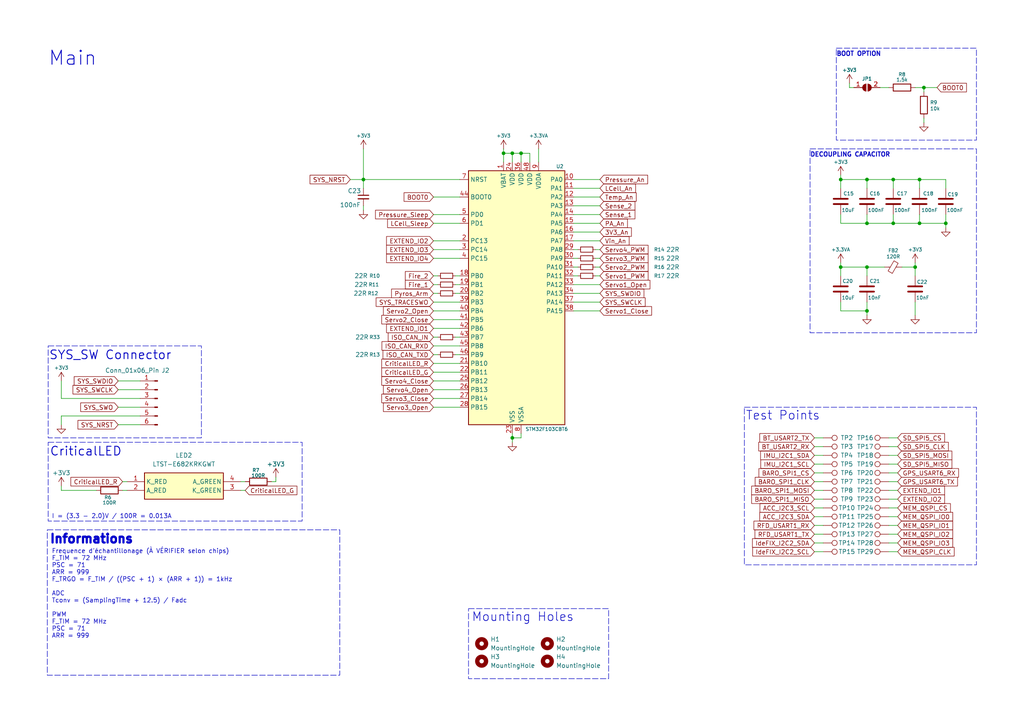
<source format=kicad_sch>
(kicad_sch (version 20250114) (generator "eeschema") (generator_version "9.0")
  (paper "A4")
  (lib_symbols
    (symbol "Connector:Conn_01x06_Pin" (pin_names (offset 1.016) (hide yes))
      (property "Reference" "J" (at 0 7.62 0))
      (property "Value" "Conn_01x06_Pin" (at 0 -10.16 0))
      (symbol "Conn_01x06_Pin_1_1"
        (rectangle (start 0.8636 5.207) (end 0 4.953) (stroke (width 0.1524)) (fill (type outline)))
        (rectangle (start 0.8636 2.667) (end 0 2.413) (stroke (width 0.1524)) (fill (type outline)))
        (rectangle (start 0.8636 0.127) (end 0 -0.127) (stroke (width 0.1524)) (fill (type outline)))
        (rectangle (start 0.8636 -2.413) (end 0 -2.667) (stroke (width 0.1524)) (fill (type outline)))
        (rectangle (start 0.8636 -4.953) (end 0 -5.207) (stroke (width 0.1524)) (fill (type outline)))
        (rectangle (start 0.8636 -7.493) (end 0 -7.747) (stroke (width 0.1524)) (fill (type outline)))
        (polyline (pts (xy 1.27 5.08) (xy 0.8636 5.08)) (stroke (width 0.1524)))
        (polyline (pts (xy 1.27 2.54) (xy 0.8636 2.54)) (stroke (width 0.1524)))
        (polyline (pts (xy 1.27 0) (xy 0.8636 0)) (stroke (width 0.1524)))
        (polyline (pts (xy 1.27 -2.54) (xy 0.8636 -2.54)) (stroke (width 0.1524)))
        (polyline (pts (xy 1.27 -5.08) (xy 0.8636 -5.08)) (stroke (width 0.1524)))
        (polyline (pts (xy 1.27 -7.62) (xy 0.8636 -7.62)) (stroke (width 0.1524)))
        (pin passive line (at 5.08 5.08 180) (length 3.81) (name "Pin_1") (number "1"))
        (pin passive line (at 5.08 2.54 180) (length 3.81) (name "Pin_2") (number "2"))
        (pin passive line (at 5.08 0 180) (length 3.81) (name "Pin_3") (number "3"))
        (pin passive line (at 5.08 -2.54 180) (length 3.81) (name "Pin_4") (number "4"))
        (pin passive line (at 5.08 -5.08 180) (length 3.81) (name "Pin_5") (number "5"))
        (pin passive line (at 5.08 -7.62 180) (length 3.81) (name "Pin_6") (number "6"))
      )
    )
    (symbol "Connector:TestPoint" (pin_numbers (hide yes)) (pin_names (offset 0.762) (hide yes))
      (property "Reference" "TP" (at 0 6.858 0))
      (property "Value" "TestPoint" (at 0 5.08 0))
      (symbol "TestPoint_0_1"
        (circle (center 0 3.302) (radius 0.762))
      )
      (symbol "TestPoint_1_1"
        (pin passive line (at 0 0 90) (length 2.54) (name "1") (number "1"))
      )
    )
    (symbol "Device:C" (pin_numbers (hide yes)) (pin_names (offset 0.254))
      (property "Reference" "C" (at 0.635 2.54 0))
      (property "Value" "C" (at 0.635 -2.54 0))
      (symbol "C_0_1"
        (polyline (pts (xy -2.032 0.762) (xy 2.032 0.762)) (stroke (width 0.508)))
        (polyline (pts (xy -2.032 -0.762) (xy 2.032 -0.762)) (stroke (width 0.508)))
      )
      (symbol "C_1_1"
        (pin passive line (at 0 3.81 270) (length 2.794) (name "~") (number "1"))
        (pin passive line (at 0 -3.81 90) (length 2.794) (name "~") (number "2"))
      )
    )
    (symbol "Device:C_Small" (pin_numbers (hide yes)) (pin_names (offset 0.254) (hide yes))
      (property "Reference" "C" (at 0.254 1.778 0))
      (property "Value" "C_Small" (at 0.254 -2.032 0))
      (symbol "C_Small_0_1"
        (polyline (pts (xy -1.524 0.508) (xy 1.524 0.508)) (stroke (width 0.3048)))
        (polyline (pts (xy -1.524 -0.508) (xy 1.524 -0.508)) (stroke (width 0.3302)))
      )
      (symbol "C_Small_1_1"
        (pin passive line (at 0 2.54 270) (length 2.032) (name "~") (number "1"))
        (pin passive line (at 0 -2.54 90) (length 2.032) (name "~") (number "2"))
      )
    )
    (symbol "Device:FerriteBead_Small" (pin_numbers (hide yes)) (pin_names (offset 0))
      (property "Reference" "FB" (at 1.905 1.27 0))
      (property "Value" "FerriteBead_Small" (at 1.905 -1.27 0))
      (symbol "FerriteBead_Small_0_1"
        (polyline (pts (xy -1.8288 0.2794) (xy -1.1176 1.4986) (xy 1.8288 -0.2032) (xy 1.1176 -1.4224) (xy -1.8288 0.2794)))
        (polyline (pts (xy 0 0.889) (xy 0 1.2954)))
        (polyline (pts (xy 0 -1.27) (xy 0 -0.7874)))
      )
      (symbol "FerriteBead_Small_1_1"
        (pin passive line (at 0 2.54 270) (length 1.27) (name "~") (number "1"))
        (pin passive line (at 0 -2.54 90) (length 1.27) (name "~") (number "2"))
      )
    )
    (symbol "Device:R" (pin_numbers (hide yes)) (pin_names (offset 0))
      (property "Reference" "R" (at 2.032 0 90))
      (property "Value" "R" (at 0 0 90))
      (symbol "R_0_1"
        (rectangle (start -1.016 -2.54) (end 1.016 2.54) (stroke (width 0.254)))
      )
      (symbol "R_1_1"
        (pin passive line (at 0 3.81 270) (length 1.27) (name "~") (number "1"))
        (pin passive line (at 0 -3.81 90) (length 1.27) (name "~") (number "2"))
      )
    )
    (symbol "Device:R_Small" (pin_numbers (hide yes)) (pin_names (offset 0.254) (hide yes))
      (property "Reference" "R" (at 0 0 90))
      (property "Value" "R_Small" (at 1.778 0 90))
      (symbol "R_Small_0_1"
        (rectangle (start -0.762 1.778) (end 0.762 -1.778) (stroke (width 0.2032)))
      )
      (symbol "R_Small_1_1"
        (pin passive line (at 0 2.54 270) (length 0.762) (name "~") (number "1"))
        (pin passive line (at 0 -2.54 90) (length 0.762) (name "~") (number "2"))
      )
    )
    (symbol "Jumper:SolderJumper_2_Open" (pin_names (offset 0) (hide yes))
      (property "Reference" "JP" (at 0 2.032 0))
      (property "Value" "SolderJumper_2_Open" (at 0 -2.54 0))
      (symbol "SolderJumper_2_Open_0_1"
        (polyline (pts (xy -0.254 1.016) (xy -0.254 -1.016)))
        (arc (start -0.254 -1.016) (mid -1.2656 0) (end -0.254 1.016))
        (arc (start -0.254 -1.016) (mid -1.2656 0) (end -0.254 1.016) (fill (type outline)))
        (arc (start 0.254 1.016) (mid 1.2656 0) (end 0.254 -1.016))
        (arc (start 0.254 1.016) (mid 1.2656 0) (end 0.254 -1.016) (fill (type outline)))
        (polyline (pts (xy 0.254 1.016) (xy 0.254 -1.016)))
      )
      (symbol "SolderJumper_2_Open_1_1"
        (pin passive line (at -3.81 0 0) (length 2.54) (name "A") (number "1"))
        (pin passive line (at 3.81 0 180) (length 2.54) (name "B") (number "2"))
      )
    )
    (symbol "MCU_ST_STM32F1:STM32F103C8Tx"
      (property "Reference" "U" (at -12.7 39.37 0))
      (property "Value" "STM32F103C8Tx" (at 10.16 39.37 0))
      (symbol "STM32F103C8Tx_0_1"
        (rectangle (start -12.7 -35.56) (end 15.24 38.1) (stroke (width 0.254)) (fill (type background)))
      )
      (symbol "STM32F103C8Tx_1_1"
        (pin input line (at -15.24 35.56 0) (length 2.54) (name "NRST") (number "7"))
        (pin input line (at -15.24 30.48 0) (length 2.54) (name "BOOT0") (number "44"))
        (pin bidirectional line (at -15.24 25.4 0) (length 2.54) (name "PD0") (number "5"))
        (pin bidirectional line (at -15.24 22.86 0) (length 2.54) (name "PD1") (number "6"))
        (pin bidirectional line (at -15.24 17.78 0) (length 2.54) (name "PC13") (number "2"))
        (pin bidirectional line (at -15.24 15.24 0) (length 2.54) (name "PC14") (number "3"))
        (pin bidirectional line (at -15.24 12.7 0) (length 2.54) (name "PC15") (number "4"))
        (pin bidirectional line (at -15.24 7.62 0) (length 2.54) (name "PB0") (number "18"))
        (pin bidirectional line (at -15.24 5.08 0) (length 2.54) (name "PB1") (number "19"))
        (pin bidirectional line (at -15.24 2.54 0) (length 2.54) (name "PB2") (number "20"))
        (pin bidirectional line (at -15.24 0 0) (length 2.54) (name "PB3") (number "39"))
        (pin bidirectional line (at -15.24 -2.54 0) (length 2.54) (name "PB4") (number "40"))
        (pin bidirectional line (at -15.24 -5.08 0) (length 2.54) (name "PB5") (number "41"))
        (pin bidirectional line (at -15.24 -7.62 0) (length 2.54) (name "PB6") (number "42"))
        (pin bidirectional line (at -15.24 -10.16 0) (length 2.54) (name "PB7") (number "43"))
        (pin bidirectional line (at -15.24 -12.7 0) (length 2.54) (name "PB8") (number "45"))
        (pin bidirectional line (at -15.24 -15.24 0) (length 2.54) (name "PB9") (number "46"))
        (pin bidirectional line (at -15.24 -17.78 0) (length 2.54) (name "PB10") (number "21"))
        (pin bidirectional line (at -15.24 -20.32 0) (length 2.54) (name "PB11") (number "22"))
        (pin bidirectional line (at -15.24 -22.86 0) (length 2.54) (name "PB12") (number "25"))
        (pin bidirectional line (at -15.24 -25.4 0) (length 2.54) (name "PB13") (number "26"))
        (pin bidirectional line (at -15.24 -27.94 0) (length 2.54) (name "PB14") (number "27"))
        (pin bidirectional line (at -15.24 -30.48 0) (length 2.54) (name "PB15") (number "28"))
        (pin power_in line (at -2.54 40.64 270) (length 2.54) (name "VBAT") (number "1"))
        (pin power_in line (at 0 40.64 270) (length 2.54) (name "VDD") (number "24"))
        (pin power_in line (at 0 -38.1 90) (length 2.54) (name "VSS") (number "23"))
        (pin passive line (at 0 -38.1 90) (length 2.54) (hide yes) (name "VSS") (number "35"))
        (pin passive line (at 0 -38.1 90) (length 2.54) (hide yes) (name "VSS") (number "47"))
        (pin power_in line (at 2.54 40.64 270) (length 2.54) (name "VDD") (number "36"))
        (pin power_in line (at 2.54 -38.1 90) (length 2.54) (name "VSSA") (number "8"))
        (pin power_in line (at 5.08 40.64 270) (length 2.54) (name "VDD") (number "48"))
        (pin power_in line (at 7.62 40.64 270) (length 2.54) (name "VDDA") (number "9"))
        (pin bidirectional line (at 17.78 35.56 180) (length 2.54) (name "PA0") (number "10"))
        (pin bidirectional line (at 17.78 33.02 180) (length 2.54) (name "PA1") (number "11"))
        (pin bidirectional line (at 17.78 30.48 180) (length 2.54) (name "PA2") (number "12"))
        (pin bidirectional line (at 17.78 27.94 180) (length 2.54) (name "PA3") (number "13"))
        (pin bidirectional line (at 17.78 25.4 180) (length 2.54) (name "PA4") (number "14"))
        (pin bidirectional line (at 17.78 22.86 180) (length 2.54) (name "PA5") (number "15"))
        (pin bidirectional line (at 17.78 20.32 180) (length 2.54) (name "PA6") (number "16"))
        (pin bidirectional line (at 17.78 17.78 180) (length 2.54) (name "PA7") (number "17"))
        (pin bidirectional line (at 17.78 15.24 180) (length 2.54) (name "PA8") (number "29"))
        (pin bidirectional line (at 17.78 12.7 180) (length 2.54) (name "PA9") (number "30"))
        (pin bidirectional line (at 17.78 10.16 180) (length 2.54) (name "PA10") (number "31"))
        (pin bidirectional line (at 17.78 7.62 180) (length 2.54) (name "PA11") (number "32"))
        (pin bidirectional line (at 17.78 5.08 180) (length 2.54) (name "PA12") (number "33"))
        (pin bidirectional line (at 17.78 2.54 180) (length 2.54) (name "PA13") (number "34"))
        (pin bidirectional line (at 17.78 0 180) (length 2.54) (name "PA14") (number "37"))
        (pin bidirectional line (at 17.78 -2.54 180) (length 2.54) (name "PA15") (number "38"))
      )
    )
    (symbol "Mechanical:MountingHole" (pin_names (offset 1.016)) (in_bom no)
      (property "Reference" "H" (at 0 5.08 0))
      (property "Value" "MountingHole" (at 0 3.175 0))
      (symbol "MountingHole_0_1"
        (circle (center 0 0) (radius 1.27) (stroke (width 1.27)))
      )
    )
    (symbol "pcb_moteur:LTST-E682KRKGWT"
      (property "Reference" "LED" (at 9.398 7.112 0))
      (property "Value" "LTST-E682KRKGWT" (at 9.398 4.572 0))
      (symbol "LTST-E682KRKGWT_1_1"
        (rectangle (start 5.08 2.54) (end 27.94 -5.08) (stroke (width 0.254)) (fill (type background)))
        (pin passive line (at 0 0 0) (length 5.08) (name "K_RED") (number "1"))
        (pin passive line (at 0 -2.54 0) (length 5.08) (name "A_RED") (number "2"))
        (pin passive line (at 33.02 0 180) (length 5.08) (name "A_GREEN") (number "4"))
        (pin passive line (at 33.02 -2.54 180) (length 5.08) (name "K_GREEN") (number "3"))
      )
    )
    (symbol "power:+3.3VA" (power) (pin_names (offset 0))
      (property "Value" "+3.3VA" (at 0 3.556 0))
      (symbol "+3.3VA_0_1"
        (polyline (pts (xy -0.762 1.27) (xy 0 2.54)))
        (polyline (pts (xy 0 2.54) (xy 0.762 1.27)))
        (polyline (pts (xy 0 0) (xy 0 2.54)))
      )
      (symbol "+3.3VA_1_1"
        (pin power_in line (at 0 0 90) (length 0) (hide yes) (name "+3.3VA") (number "1"))
      )
    )
    (symbol "power:+3V3" (power) (pin_names (offset 0))
      (property "Value" "+3V3" (at 0 3.556 0))
      (symbol "+3V3_0_1"
        (polyline (pts (xy -0.762 1.27) (xy 0 2.54)))
        (polyline (pts (xy 0 2.54) (xy 0.762 1.27)))
        (polyline (pts (xy 0 0) (xy 0 2.54)))
      )
      (symbol "+3V3_1_1"
        (pin power_in line (at 0 0 90) (length 0) (hide yes) (name "+3V3") (number "1"))
      )
    )
    (symbol "power:GND" (power) (pin_names (offset 0))
      (property "Value" "GND" (at 0 -3.81 0))
      (symbol "GND_0_1"
        (polyline (pts (xy 0 0) (xy 0 -1.27) (xy 1.27 -1.27) (xy 0 -2.54) (xy -1.27 -1.27) (xy 0 -1.27)))
      )
      (symbol "GND_1_1"
        (pin power_in line (at 0 0 270) (length 0) (hide yes) (name "GND") (number "1"))
      )
    )
  )
  (rectangle (start 13.97 100.33) (end 58.42 127) (stroke (width 0) (type dash)))
  (rectangle (start 135.89 176.53) (end 176.53 196.85) (stroke (width 0) (type dash)))
  (rectangle (start 215.9 118.11) (end 283.21 163.83) (stroke (width 0) (type dash)))
  (rectangle (start 234.95 43.18) (end 283.21 96.52) (stroke (width 0) (type dash)))
  (rectangle (start 13.716 153.67) (end 98.552 195.834) (stroke (width 0) (type dash)))
  (rectangle (start 13.97 128.27) (end 87.63 151.13) (stroke (width 0) (type dash)))
  (rectangle (start 242.57 13.97) (end 283.21 40.64) (stroke (width 0) (type dash)))
  (text "Test Points" (at 227.076 120.65 0) (effects (font (size 2.54 2.54) (thickness 0.1875))))
  (text "Mounting Holes" (at 151.638 179.07 0) (effects (font (size 2.54 2.54) (thickness 0.1875))))
  (text "Main" (at 21.082 17.018 0) (effects (font (size 4.064 4.064) (thickness 0.254) (bold yes))))
  (text "BOOT OPTION" (at 242.57 16.51 0) (effects (font (size 1.27 1.27) (thickness 0.254) (bold yes)) (justify left bottom)))
  (text "DECOUPLING CAPACITOR" (at 234.95 45.72 0) (effects (font (size 1.27 1.27) (thickness 0.254) (bold yes)) (justify left bottom)))
  (text "SYS_SW Connector" (at 32.004 103.124 0) (effects (font (size 2.54 2.54) (thickness 0.254) (bold yes))))
  (text "Informations" (at 14.224 156.464 0) (effects (font (size 2.54 2.54) (thickness 0.8) (bold yes)) (justify left)))
  (text "CriticalLED" (at 24.892 131.064 0) (effects (font (size 2.54 2.54) (thickness 0.254) (bold yes))))
  (text "I = (3.3 - 2.0)V / 100R = 0.013A" (at 14.986 149.86 0) (effects (font (size 1.27 1.27)) (justify left)))
  (text "Frequence d'échantillonage (À VÉRIFIER selon chips)\nF_TIM = 72 MHz\nPSC = 71\nARR = 999\nF_TRGO = F_TIM / ((PSC + 1) × (ARR + 1)) = 1kHz\n\nADC\nTconv = (SamplingTime + 12.5) / Fadc\n\nPWM\nF_TIM = 72 MHz\nPSC = 71\nARR = 999" (at 14.986 159.258 0) (effects (font (size 1.27 1.27)) (justify left top)))
  (junction (at 266.7 64.77))
  (junction (at 267.97 25.4))
  (junction (at 148.59 127))
  (junction (at 265.43 77.47))
  (junction (at 259.08 64.77))
  (junction (at 243.84 52.07))
  (junction (at 151.13 44.45))
  (junction (at 266.7 52.07))
  (junction (at 251.46 77.47))
  (junction (at 259.08 52.07))
  (junction (at 243.84 77.47))
  (junction (at 146.05 44.45))
  (junction (at 251.46 64.77))
  (junction (at 251.46 52.07))
  (junction (at 251.46 90.17))
  (junction (at 274.32 64.77))
  (junction (at 105.41 52.07))
  (junction (at 148.59 44.45))
  (wire (pts (xy 125.73 72.39) (xy 133.35 72.39)))
  (wire (pts (xy 251.46 77.47) (xy 251.46 80.01)))
  (wire (pts (xy 71.12 139.7) (xy 69.85 139.7)))
  (wire (pts (xy 80.01 138.43) (xy 80.01 139.7)))
  (wire (pts (xy 266.7 52.07) (xy 266.7 54.61)))
  (wire (pts (xy 105.41 52.07) (xy 133.35 52.07)))
  (wire (pts (xy 266.7 52.07) (xy 259.08 52.07)))
  (wire (pts (xy 257.81 152.4) (xy 260.35 152.4)))
  (wire (pts (xy 156.21 43.18) (xy 156.21 46.99)))
  (wire (pts (xy 148.59 44.45) (xy 146.05 44.45)))
  (wire (pts (xy 259.08 64.77) (xy 266.7 64.77)))
  (wire (pts (xy 257.81 142.24) (xy 260.35 142.24)))
  (wire (pts (xy 243.84 50.8) (xy 243.84 52.07)))
  (wire (pts (xy 166.37 74.93) (xy 167.64 74.93)))
  (wire (pts (xy 125.73 57.15) (xy 133.35 57.15)))
  (wire (pts (xy 125.73 97.79) (xy 127 97.79)))
  (wire (pts (xy 243.84 62.23) (xy 243.84 64.77)))
  (wire (pts (xy 238.76 160.02) (xy 236.22 160.02)))
  (wire (pts (xy 166.37 80.01) (xy 167.64 80.01)))
  (wire (pts (xy 17.78 115.57) (xy 17.78 110.49)))
  (wire (pts (xy 267.97 35.56) (xy 267.97 34.29)))
  (wire (pts (xy 259.08 52.07) (xy 251.46 52.07)))
  (wire (pts (xy 261.62 77.47) (xy 265.43 77.47)))
  (wire (pts (xy 132.08 80.01) (xy 133.35 80.01)))
  (wire (pts (xy 125.73 62.23) (xy 133.35 62.23)))
  (wire (pts (xy 166.37 87.63) (xy 173.99 87.63)))
  (wire (pts (xy 238.76 144.78) (xy 236.22 144.78)))
  (wire (pts (xy 251.46 77.47) (xy 256.54 77.47)))
  (wire (pts (xy 251.46 64.77) (xy 259.08 64.77)))
  (wire (pts (xy 166.37 62.23) (xy 173.99 62.23)))
  (wire (pts (xy 125.73 113.03) (xy 133.35 113.03)))
  (wire (pts (xy 255.27 25.4) (xy 257.81 25.4)))
  (wire (pts (xy 125.73 90.17) (xy 133.35 90.17)))
  (wire (pts (xy 172.72 77.47) (xy 173.99 77.47)))
  (wire (pts (xy 238.76 129.54) (xy 236.22 129.54)))
  (wire (pts (xy 257.81 132.08) (xy 260.35 132.08)))
  (wire (pts (xy 243.84 52.07) (xy 243.84 54.61)))
  (wire (pts (xy 259.08 52.07) (xy 259.08 54.61)))
  (wire (pts (xy 146.05 43.18) (xy 146.05 44.45)))
  (wire (pts (xy 257.81 129.54) (xy 260.35 129.54)))
  (wire (pts (xy 40.64 120.65) (xy 17.78 120.65)))
  (wire (pts (xy 125.73 87.63) (xy 133.35 87.63)))
  (wire (pts (xy 238.76 157.48) (xy 236.22 157.48)))
  (wire (pts (xy 125.73 92.71) (xy 133.35 92.71)))
  (wire (pts (xy 266.7 64.77) (xy 274.32 64.77)))
  (wire (pts (xy 166.37 57.15) (xy 173.99 57.15)))
  (wire (pts (xy 151.13 125.73) (xy 151.13 127)))
  (wire (pts (xy 243.84 77.47) (xy 243.84 80.01)))
  (wire (pts (xy 166.37 72.39) (xy 167.64 72.39)))
  (wire (pts (xy 132.08 85.09) (xy 133.35 85.09)))
  (wire (pts (xy 166.37 90.17) (xy 173.99 90.17)))
  (wire (pts (xy 274.32 54.61) (xy 274.32 52.07)))
  (wire (pts (xy 172.72 72.39) (xy 173.99 72.39)))
  (wire (pts (xy 34.29 110.49) (xy 40.64 110.49)))
  (wire (pts (xy 35.56 139.7) (xy 36.83 139.7)))
  (wire (pts (xy 125.73 64.77) (xy 133.35 64.77)))
  (wire (pts (xy 243.84 64.77) (xy 251.46 64.77)))
  (wire (pts (xy 274.32 52.07) (xy 266.7 52.07)))
  (wire (pts (xy 125.73 102.87) (xy 127 102.87)))
  (wire (pts (xy 238.76 152.4) (xy 236.22 152.4)))
  (wire (pts (xy 238.76 137.16) (xy 236.22 137.16)))
  (wire (pts (xy 34.29 113.03) (xy 40.64 113.03)))
  (wire (pts (xy 166.37 77.47) (xy 167.64 77.47)))
  (wire (pts (xy 238.76 147.32) (xy 236.22 147.32)))
  (wire (pts (xy 166.37 82.55) (xy 173.99 82.55)))
  (wire (pts (xy 125.73 115.57) (xy 133.35 115.57)))
  (wire (pts (xy 251.46 52.07) (xy 251.46 54.61)))
  (wire (pts (xy 265.43 87.63) (xy 265.43 91.44)))
  (wire (pts (xy 125.73 69.85) (xy 133.35 69.85)))
  (wire (pts (xy 257.81 147.32) (xy 260.35 147.32)))
  (wire (pts (xy 265.43 76.2) (xy 265.43 77.47)))
  (wire (pts (xy 265.43 77.47) (xy 265.43 80.01)))
  (wire (pts (xy 251.46 77.47) (xy 243.84 77.47)))
  (wire (pts (xy 125.73 85.09) (xy 127 85.09)))
  (wire (pts (xy 153.67 46.99) (xy 153.67 44.45)))
  (wire (pts (xy 257.81 157.48) (xy 260.35 157.48)))
  (wire (pts (xy 151.13 44.45) (xy 151.13 46.99)))
  (wire (pts (xy 166.37 64.77) (xy 173.99 64.77)))
  (wire (pts (xy 166.37 54.61) (xy 173.99 54.61)))
  (wire (pts (xy 247.65 25.4) (xy 246.38 25.4)))
  (wire (pts (xy 125.73 80.01) (xy 127 80.01)))
  (wire (pts (xy 257.81 149.86) (xy 260.35 149.86)))
  (wire (pts (xy 69.85 142.24) (xy 71.12 142.24)))
  (wire (pts (xy 125.73 82.55) (xy 127 82.55)))
  (wire (pts (xy 238.76 132.08) (xy 236.22 132.08)))
  (wire (pts (xy 132.08 97.79) (xy 133.35 97.79)))
  (wire (pts (xy 153.67 44.45) (xy 151.13 44.45)))
  (wire (pts (xy 257.81 134.62) (xy 260.35 134.62)))
  (wire (pts (xy 151.13 44.45) (xy 148.59 44.45)))
  (wire (pts (xy 257.81 144.78) (xy 260.35 144.78)))
  (wire (pts (xy 251.46 87.63) (xy 251.46 90.17)))
  (wire (pts (xy 259.08 62.23) (xy 259.08 64.77)))
  (wire (pts (xy 166.37 59.69) (xy 173.99 59.69)))
  (wire (pts (xy 148.59 125.73) (xy 148.59 127)))
  (wire (pts (xy 17.78 140.97) (xy 17.78 142.24)))
  (wire (pts (xy 148.59 44.45) (xy 148.59 46.99)))
  (wire (pts (xy 166.37 85.09) (xy 173.99 85.09)))
  (wire (pts (xy 132.08 82.55) (xy 133.35 82.55)))
  (wire (pts (xy 172.72 80.01) (xy 173.99 80.01)))
  (wire (pts (xy 125.73 100.33) (xy 133.35 100.33)))
  (wire (pts (xy 274.32 64.77) (xy 274.32 66.04)))
  (wire (pts (xy 40.64 115.57) (xy 17.78 115.57)))
  (wire (pts (xy 148.59 127) (xy 148.59 128.27)))
  (wire (pts (xy 125.73 95.25) (xy 133.35 95.25)))
  (wire (pts (xy 35.56 142.24) (xy 36.83 142.24)))
  (wire (pts (xy 125.73 107.95) (xy 133.35 107.95)))
  (wire (pts (xy 17.78 120.65) (xy 17.78 123.19)))
  (wire (pts (xy 251.46 62.23) (xy 251.46 64.77)))
  (wire (pts (xy 243.84 76.2) (xy 243.84 77.47)))
  (wire (pts (xy 17.78 142.24) (xy 27.94 142.24)))
  (wire (pts (xy 251.46 90.17) (xy 251.46 91.44)))
  (wire (pts (xy 251.46 52.07) (xy 243.84 52.07)))
  (wire (pts (xy 34.29 118.11) (xy 40.64 118.11)))
  (wire (pts (xy 125.73 110.49) (xy 133.35 110.49)))
  (wire (pts (xy 101.6 52.07) (xy 105.41 52.07)))
  (wire (pts (xy 166.37 52.07) (xy 173.99 52.07)))
  (wire (pts (xy 166.37 69.85) (xy 173.99 69.85)))
  (wire (pts (xy 238.76 139.7) (xy 236.22 139.7)))
  (wire (pts (xy 125.73 105.41) (xy 133.35 105.41)))
  (wire (pts (xy 257.81 137.16) (xy 260.35 137.16)))
  (wire (pts (xy 274.32 62.23) (xy 274.32 64.77)))
  (wire (pts (xy 238.76 134.62) (xy 236.22 134.62)))
  (wire (pts (xy 238.76 149.86) (xy 236.22 149.86)))
  (wire (pts (xy 105.41 59.69) (xy 105.41 60.96)))
  (wire (pts (xy 257.81 127) (xy 260.35 127)))
  (wire (pts (xy 238.76 154.94) (xy 236.22 154.94)))
  (wire (pts (xy 34.29 123.19) (xy 40.64 123.19)))
  (wire (pts (xy 267.97 25.4) (xy 271.78 25.4)))
  (wire (pts (xy 105.41 43.18) (xy 105.41 52.07)))
  (wire (pts (xy 243.84 90.17) (xy 251.46 90.17)))
  (wire (pts (xy 172.72 74.93) (xy 173.99 74.93)))
  (wire (pts (xy 78.74 139.7) (xy 80.01 139.7)))
  (wire (pts (xy 267.97 26.67) (xy 267.97 25.4)))
  (wire (pts (xy 125.73 74.93) (xy 133.35 74.93)))
  (wire (pts (xy 125.73 118.11) (xy 133.35 118.11)))
  (wire (pts (xy 243.84 87.63) (xy 243.84 90.17)))
  (wire (pts (xy 266.7 62.23) (xy 266.7 64.77)))
  (wire (pts (xy 257.81 154.94) (xy 260.35 154.94)))
  (wire (pts (xy 238.76 142.24) (xy 236.22 142.24)))
  (wire (pts (xy 105.41 52.07) (xy 105.41 54.61)))
  (wire (pts (xy 257.81 139.7) (xy 260.35 139.7)))
  (wire (pts (xy 246.38 25.4) (xy 246.38 24.13)))
  (wire (pts (xy 238.76 127) (xy 236.22 127)))
  (wire (pts (xy 146.05 44.45) (xy 146.05 46.99)))
  (wire (pts (xy 265.43 25.4) (xy 267.97 25.4)))
  (wire (pts (xy 257.81 160.02) (xy 260.35 160.02)))
  (wire (pts (xy 148.59 127) (xy 151.13 127)))
  (wire (pts (xy 166.37 67.31) (xy 173.99 67.31)))
  (wire (pts (xy 132.08 102.87) (xy 133.35 102.87)))
  (global_label "ACC_I2C3_SDA" (shape input) (at 236.22 149.86 180) (property "Intersheetrefs" "${INTERSHEET_REFS}" (effects (hide yes))))
  (global_label "SYS_SWDIO" (shape input) (at 173.99 85.09 0) (property "Intersheetrefs" "${INTERSHEET_REFS}" (effects (hide yes))))
  (global_label "BT_USART2_TX" (shape input) (at 236.22 127 180) (property "Intersheetrefs" "${INTERSHEET_REFS}" (effects (hide yes))))
  (global_label "Servo1_PWM" (shape input) (at 173.99 80.01 0) (property "Intersheetrefs" "${INTERSHEET_REFS}" (effects (hide yes))))
  (global_label "CriticalLED_R" (shape input) (at 35.56 139.7 180) (property "Intersheetrefs" "${INTERSHEET_REFS}" (effects (hide yes))))
  (global_label "MEM_QSPI_IO0" (shape input) (at 260.35 149.86 0) (property "Intersheetrefs" "${INTERSHEET_REFS}" (effects (hide yes))))
  (global_label "3V3_An" (shape input) (at 173.99 67.31 0) (property "Intersheetrefs" "${INTERSHEET_REFS}" (effects (hide yes))))
  (global_label "Servo4_Close" (shape input) (at 125.73 110.49 180) (property "Intersheetrefs" "${INTERSHEET_REFS}" (effects (hide yes))))
  (global_label "SYS_NRST" (shape input) (at 34.29 123.19 180) (effects (font (thickness 0.1588))) (property "Intersheetrefs" "${INTERSHEET_REFS}" (effects (hide yes))))
  (global_label "SYS_TRACESWO" (shape input) (at 125.73 87.63 180) (property "Intersheetrefs" "${INTERSHEET_REFS}" (effects (hide yes))))
  (global_label "SYS_SWCLK" (shape input) (at 34.29 113.03 180) (effects (font (thickness 0.1588))) (property "Intersheetrefs" "${INTERSHEET_REFS}" (effects (hide yes))))
  (global_label "RFD_USART1_TX" (shape input) (at 236.22 154.94 180) (property "Intersheetrefs" "${INTERSHEET_REFS}" (effects (hide yes))))
  (global_label "LCell_Sleep" (shape input) (at 125.73 64.77 180) (property "Intersheetrefs" "${INTERSHEET_REFS}" (effects (hide yes))))
  (global_label "PA_An" (shape input) (at 173.99 64.77 0) (property "Intersheetrefs" "${INTERSHEET_REFS}" (effects (hide yes))))
  (global_label "SYS_SWO" (shape input) (at 34.29 118.11 180) (effects (font (thickness 0.1588))) (property "Intersheetrefs" "${INTERSHEET_REFS}" (effects (hide yes))))
  (global_label "MEM_QSPI_IO2" (shape input) (at 260.35 154.94 0) (property "Intersheetrefs" "${INTERSHEET_REFS}" (effects (hide yes))))
  (global_label "BOOT0" (shape input) (at 271.78 25.4 0) (property "Intersheetrefs" "${INTERSHEET_REFS}" (effects (hide yes))))
  (global_label "EXTEND_IO1" (shape input) (at 125.73 95.25 180) (property "Intersheetrefs" "${INTERSHEET_REFS}" (effects (hide yes))))
  (global_label "RFD_USART1_RX" (shape input) (at 236.22 152.4 180) (property "Intersheetrefs" "${INTERSHEET_REFS}" (effects (hide yes))))
  (global_label "IdeFIX_I2C2_SDA" (shape input) (at 236.22 157.48 180) (property "Intersheetrefs" "${INTERSHEET_REFS}" (effects (hide yes))))
  (global_label "Servo3_Open" (shape input) (at 125.73 118.11 180) (property "Intersheetrefs" "${INTERSHEET_REFS}" (effects (hide yes))))
  (global_label "GPS_USART6_RX" (shape input) (at 260.35 137.16 0) (property "Intersheetrefs" "${INTERSHEET_REFS}" (effects (hide yes))))
  (global_label "LCell_An" (shape input) (at 173.99 54.61 0) (property "Intersheetrefs" "${INTERSHEET_REFS}" (effects (hide yes))))
  (global_label "EXTEND_IO2" (shape input) (at 260.35 144.78 0) (property "Intersheetrefs" "${INTERSHEET_REFS}" (effects (hide yes))))
  (global_label "Sense_2" (shape input) (at 173.99 59.69 0) (property "Intersheetrefs" "${INTERSHEET_REFS}" (effects (hide yes))))
  (global_label "EXTEND_IO1" (shape input) (at 260.35 142.24 0) (property "Intersheetrefs" "${INTERSHEET_REFS}" (effects (hide yes))))
  (global_label "CriticalLED_G" (shape input) (at 71.12 142.24 0) (property "Intersheetrefs" "${INTERSHEET_REFS}" (effects (hide yes))))
  (global_label "BARO_SPI1_MOSI" (shape input) (at 236.22 142.24 180) (property "Intersheetrefs" "${INTERSHEET_REFS}" (effects (hide yes))))
  (global_label "SYS_SWCLK" (shape input) (at 173.99 87.63 0) (property "Intersheetrefs" "${INTERSHEET_REFS}" (effects (hide yes))))
  (global_label "Vin_An" (shape input) (at 173.99 69.85 0) (property "Intersheetrefs" "${INTERSHEET_REFS}" (effects (hide yes))))
  (global_label "CriticalLED_G" (shape input) (at 125.73 107.95 180) (property "Intersheetrefs" "${INTERSHEET_REFS}" (effects (hide yes))))
  (global_label "Pyros_Arm" (shape input) (at 125.73 85.09 180) (property "Intersheetrefs" "${INTERSHEET_REFS}" (effects (hide yes))))
  (global_label "IdeFIX_I2C2_SCL" (shape input) (at 236.22 160.02 180) (property "Intersheetrefs" "${INTERSHEET_REFS}" (effects (hide yes))))
  (global_label "SYS_NRST" (shape input) (at 101.6 52.07 180) (effects (font (thickness 0.1588))) (property "Intersheetrefs" "${INTERSHEET_REFS}" (effects (hide yes))))
  (global_label "MEM_QSPI_CLK" (shape input) (at 260.35 160.02 0) (property "Intersheetrefs" "${INTERSHEET_REFS}" (effects (hide yes))))
  (global_label "Fire_1" (shape input) (at 125.73 82.55 180) (property "Intersheetrefs" "${INTERSHEET_REFS}" (effects (hide yes))))
  (global_label "Servo4_Open" (shape input) (at 125.73 113.03 180) (property "Intersheetrefs" "${INTERSHEET_REFS}" (effects (hide yes))))
  (global_label "MEM_QSPI_IO1" (shape input) (at 260.35 152.4 0) (property "Intersheetrefs" "${INTERSHEET_REFS}" (effects (hide yes))))
  (global_label "ACC_I2C3_SCL" (shape input) (at 236.22 147.32 180) (property "Intersheetrefs" "${INTERSHEET_REFS}" (effects (hide yes))))
  (global_label "BOOT0" (shape input) (at 125.73 57.15 180) (property "Intersheetrefs" "${INTERSHEET_REFS}" (effects (hide yes))))
  (global_label "SYS_SWDIO" (shape input) (at 34.29 110.49 180) (effects (font (thickness 0.1588))) (property "Intersheetrefs" "${INTERSHEET_REFS}" (effects (hide yes))))
  (global_label "Servo1_Close" (shape input) (at 173.99 90.17 0) (property "Intersheetrefs" "${INTERSHEET_REFS}" (effects (hide yes))))
  (global_label "BARO_SPI1_CLK" (shape input) (at 236.22 139.7 180) (property "Intersheetrefs" "${INTERSHEET_REFS}" (effects (hide yes))))
  (global_label "EXTEND_IO2" (shape input) (at 125.73 69.85 180) (property "Intersheetrefs" "${INTERSHEET_REFS}" (effects (hide yes))))
  (global_label "IMU_I2C1_SCL" (shape input) (at 236.22 134.62 180) (property "Intersheetrefs" "${INTERSHEET_REFS}" (effects (hide yes))))
  (global_label "Servo2_Close" (shape input) (at 125.73 92.71 180) (property "Intersheetrefs" "${INTERSHEET_REFS}" (effects (hide yes))))
  (global_label "BARO_SPI1_MISO" (shape input) (at 236.22 144.78 180) (property "Intersheetrefs" "${INTERSHEET_REFS}" (effects (hide yes))))
  (global_label "Fire_2" (shape input) (at 125.73 80.01 180) (property "Intersheetrefs" "${INTERSHEET_REFS}" (effects (hide yes))))
  (global_label "MEM_QSPI_IO3" (shape input) (at 260.35 157.48 0) (property "Intersheetrefs" "${INTERSHEET_REFS}" (effects (hide yes))))
  (global_label "GPS_USART6_TX" (shape input) (at 260.35 139.7 0) (property "Intersheetrefs" "${INTERSHEET_REFS}" (effects (hide yes))))
  (global_label "SD_SPI5_MISO" (shape input) (at 260.35 134.62 0) (property "Intersheetrefs" "${INTERSHEET_REFS}" (effects (hide yes))))
  (global_label "IMU_I2C1_SDA" (shape input) (at 236.22 132.08 180) (property "Intersheetrefs" "${INTERSHEET_REFS}" (effects (hide yes))))
  (global_label "SD_SPI5_CS" (shape input) (at 260.35 127 0) (property "Intersheetrefs" "${INTERSHEET_REFS}" (effects (hide yes))))
  (global_label "Servo2_Open" (shape input) (at 125.73 90.17 180) (property "Intersheetrefs" "${INTERSHEET_REFS}" (effects (hide yes))))
  (global_label "Servo2_PWM" (shape input) (at 173.99 77.47 0) (property "Intersheetrefs" "${INTERSHEET_REFS}" (effects (hide yes))))
  (global_label "Sense_1" (shape input) (at 173.99 62.23 0) (property "Intersheetrefs" "${INTERSHEET_REFS}" (effects (hide yes))))
  (global_label "Servo1_Open" (shape input) (at 173.99 82.55 0) (property "Intersheetrefs" "${INTERSHEET_REFS}" (effects (hide yes))))
  (global_label "Pressure_An" (shape input) (at 173.99 52.07 0) (property "Intersheetrefs" "${INTERSHEET_REFS}" (effects (hide yes))))
  (global_label "Servo4_PWM" (shape input) (at 173.99 72.39 0) (property "Intersheetrefs" "${INTERSHEET_REFS}" (effects (hide yes))))
  (global_label "EXTEND_IO4" (shape input) (at 125.73 74.93 180) (property "Intersheetrefs" "${INTERSHEET_REFS}" (effects (hide yes))))
  (global_label "ISO_CAN_RXD" (shape input) (at 125.73 100.33 180) (property "Intersheetrefs" "${INTERSHEET_REFS}" (effects (hide yes))))
  (global_label "BARO_SPI1_CS" (shape input) (at 236.22 137.16 180) (property "Intersheetrefs" "${INTERSHEET_REFS}" (effects (hide yes))))
  (global_label "CriticalLED_R" (shape input) (at 125.73 105.41 180) (property "Intersheetrefs" "${INTERSHEET_REFS}" (effects (hide yes))))
  (global_label "SD_SPI5_MOSI" (shape input) (at 260.35 132.08 0) (property "Intersheetrefs" "${INTERSHEET_REFS}" (effects (hide yes))))
  (global_label "EXTEND_IO3" (shape input) (at 125.73 72.39 180) (property "Intersheetrefs" "${INTERSHEET_REFS}" (effects (hide yes))))
  (global_label "ISO_CAN_IN" (shape input) (at 125.73 97.79 180) (property "Intersheetrefs" "${INTERSHEET_REFS}" (effects (hide yes))))
  (global_label "SD_SPI5_CLK" (shape input) (at 260.35 129.54 0) (property "Intersheetrefs" "${INTERSHEET_REFS}" (effects (hide yes))))
  (global_label "Pressure_Sleep" (shape input) (at 125.73 62.23 180) (property "Intersheetrefs" "${INTERSHEET_REFS}" (effects (hide yes))))
  (global_label "Servo3_Close" (shape input) (at 125.73 115.57 180) (property "Intersheetrefs" "${INTERSHEET_REFS}" (effects (hide yes))))
  (global_label "BT_USART2_RX" (shape input) (at 236.22 129.54 180) (property "Intersheetrefs" "${INTERSHEET_REFS}" (effects (hide yes))))
  (global_label "Servo3_PWM" (shape input) (at 173.99 74.93 0) (property "Intersheetrefs" "${INTERSHEET_REFS}" (effects (hide yes))))
  (global_label "Temp_An" (shape input) (at 173.99 57.15 0) (property "Intersheetrefs" "${INTERSHEET_REFS}" (effects (hide yes))))
  (global_label "MEM_QSPI_CS" (shape input) (at 260.35 147.32 0) (property "Intersheetrefs" "${INTERSHEET_REFS}" (effects (hide yes))))
  (global_label "ISO_CAN_TXD" (shape input) (at 125.73 102.87 180) (property "Intersheetrefs" "${INTERSHEET_REFS}" (effects (hide yes))))
  (symbol (lib_id "Connector:TestPoint") (at 238.76 139.7 270) (mirror x) (unit 1)
    (property "Reference" "TP7" (at 245.618 139.7 90))
    (property "Value" "TestPoint" (effects (hide yes)))
    (property "Footprint" "TestPoint:TestPoint_Pad_D1.0mm" (effects (hide yes)))
    (property "Description" "test point" (effects (hide yes)))
  )
  (symbol (lib_id "Device:R_Small") (at 170.18 74.93 90) (unit 1)
    (property "Reference" "R15" (at 192.786 74.93 90) (effects (font (size 1.016 1.016)) (justify left)))
    (property "Value" "22R" (at 197.104 74.93 90) (effects (justify left)))
    (property "Footprint" "Resistor_SMD:R_0603_1608Metric" (effects (hide yes)))
    (property "Description" "Resistor, small symbol" (effects (hide yes)))
  )
  (symbol (lib_id "Device:R") (at 74.93 139.7 90) (unit 1)
    (property "Reference" "R7" (at 73.152 136.398 90) (effects (font (size 1 1)) (justify right)))
    (property "Value" "100R" (at 72.898 137.922 90) (effects (font (size 1 1)) (justify right)))
    (property "Footprint" "Resistor_SMD:R_0603_1608Metric" (effects (hide yes)))
  )
  (symbol (lib_id "Device:C") (at 259.08 58.42 180) (unit 1)
    (property "Reference" "C17" (at 261.62 56.134 0) (effects (font (size 1 1))))
    (property "Value" "100nF" (at 259.334 60.96 0) (effects (font (size 1 1)) (justify right)))
    (property "Footprint" "Capacitor_SMD:C_0805_2012Metric" (effects (hide yes)))
  )
  (symbol (lib_id "Mechanical:MountingHole") (at 139.7 186.69 0) (unit 1) (in_bom no)
    (property "Reference" "H1" (at 142.24 185.4199 0) (effects (justify left)))
    (property "Value" "MountingHole" (at 142.24 187.9599 0) (effects (justify left)))
    (property "Footprint" "MountingHole:MountingHole_4.3mm_M4" (effects (hide yes)))
    (property "Description" "Mounting Hole without connection" (effects (hide yes)))
  )
  (symbol (lib_id "Connector:TestPoint") (at 238.76 144.78 270) (mirror x) (unit 1)
    (property "Reference" "TP9" (at 245.618 144.78 90))
    (property "Value" "TestPoint" (effects (hide yes)))
    (property "Footprint" "TestPoint:TestPoint_Pad_D1.0mm" (effects (hide yes)))
    (property "Description" "test point" (effects (hide yes)))
  )
  (symbol (lib_id "Device:C") (at 251.46 83.82 180) (unit 1)
    (property "Reference" "C21" (at 253.746 81.534 0) (effects (font (size 1 1))))
    (property "Value" "10nF" (at 251.714 86.36 0) (effects (font (size 1 1)) (justify right)))
    (property "Footprint" "Capacitor_SMD:C_0805_2012Metric" (effects (hide yes)))
  )
  (symbol (lib_id "power:+3V3") (at 105.41 43.18 0) (unit 1)
    (property "Reference" "#PWR035" (effects (hide yes)))
    (property "Value" "+3V3" (at 105.41 39.37 0) (effects (font (size 1 1))))
  )
  (symbol (lib_id "Device:R_Small") (at 129.54 80.01 90) (unit 1)
    (property "Reference" "R10" (at 110.236 80.01 90) (effects (font (size 1.016 1.016)) (justify left)))
    (property "Value" "22R" (at 106.68 80.01 90) (effects (justify left)))
    (property "Footprint" "Resistor_SMD:R_0603_1608Metric" (effects (hide yes)))
    (property "Description" "Resistor, small symbol" (effects (hide yes)))
  )
  (symbol (lib_id "Connector:Conn_01x06_Pin") (at 45.72 115.57 0) (mirror y) (unit 1)
    (property "Reference" "J2" (at 48.006 107.442 0))
    (property "Value" "Conn_01x06_Pin" (at 38.354 107.442 0))
    (property "Footprint" "Connector_PinHeader_2.54mm:PinHeader_1x06_P2.54mm_Vertical" (effects (hide yes)))
    (property "Description" "Generic connector, single row, 01x06, script generated" (effects (hide yes)))
  )
  (symbol (lib_id "Connector:TestPoint") (at 257.81 152.4 90) (unit 1)
    (property "Reference" "TP26" (at 250.952 152.4 90))
    (property "Value" "TestPoint" (effects (hide yes)))
    (property "Footprint" "TestPoint:TestPoint_Pad_D1.0mm" (effects (hide yes)))
    (property "Description" "test point" (effects (hide yes)))
  )
  (symbol (lib_id "Connector:TestPoint") (at 238.76 147.32 270) (mirror x) (unit 1)
    (property "Reference" "TP10" (at 245.618 147.32 90))
    (property "Value" "TestPoint" (effects (hide yes)))
    (property "Footprint" "TestPoint:TestPoint_Pad_D1.0mm" (effects (hide yes)))
    (property "Description" "test point" (effects (hide yes)))
  )
  (symbol (lib_id "MCU_ST_STM32F1:STM32F103C8Tx") (at 148.59 87.63 0) (unit 1)
    (property "Reference" "U2" (at 161.29 48.26 0) (effects (font (size 1 1)) (justify left)))
    (property "Value" "STM32F103CBT6" (at 152.4 124.46 0) (effects (font (size 1 1)) (justify left)))
    (property "Footprint" "Package_QFP:LQFP-48_7x7mm_P0.5mm" (effects (hide yes)))
    (property "Datasheet" "https://www.st.com/resource/en/datasheet/stm32f103c8.pdf" (effects (hide yes)))
  )
  (symbol (lib_id "Connector:TestPoint") (at 257.81 132.08 90) (unit 1)
    (property "Reference" "TP18" (at 250.952 132.08 90))
    (property "Value" "TestPoint" (effects (hide yes)))
    (property "Footprint" "TestPoint:TestPoint_Pad_D1.0mm" (effects (hide yes)))
    (property "Description" "test point" (effects (hide yes)))
  )
  (symbol (lib_id "power:+3.3VA") (at 156.21 43.18 0) (unit 1)
    (property "Reference" "#PWR052" (effects (hide yes)))
    (property "Value" "+3.3VA" (at 156.21 39.37 0) (effects (font (size 1 1))))
  )
  (symbol (lib_id "Connector:TestPoint") (at 257.81 157.48 90) (unit 1)
    (property "Reference" "TP28" (at 250.952 157.48 90))
    (property "Value" "TestPoint" (effects (hide yes)))
    (property "Footprint" "TestPoint:TestPoint_Pad_D1.0mm" (effects (hide yes)))
    (property "Description" "test point" (effects (hide yes)))
  )
  (symbol (lib_id "power:+3V3") (at 243.84 50.8 0) (unit 1)
    (property "Reference" "#PWR053" (effects (hide yes)))
    (property "Value" "+3V3" (at 243.84 46.99 0) (effects (font (size 1 1))))
  )
  (symbol (lib_id "Connector:TestPoint") (at 257.81 134.62 90) (unit 1)
    (property "Reference" "TP19" (at 250.952 134.62 90))
    (property "Value" "TestPoint" (effects (hide yes)))
    (property "Footprint" "TestPoint:TestPoint_Pad_D1.0mm" (effects (hide yes)))
    (property "Description" "test point" (effects (hide yes)))
  )
  (symbol (lib_id "Connector:TestPoint") (at 257.81 149.86 90) (unit 1)
    (property "Reference" "TP25" (at 250.952 149.86 90))
    (property "Value" "TestPoint" (effects (hide yes)))
    (property "Footprint" "TestPoint:TestPoint_Pad_D1.0mm" (effects (hide yes)))
    (property "Description" "test point" (effects (hide yes)))
  )
  (symbol (lib_id "Connector:TestPoint") (at 238.76 149.86 270) (mirror x) (unit 1)
    (property "Reference" "TP11" (at 245.618 149.86 90))
    (property "Value" "TestPoint" (effects (hide yes)))
    (property "Footprint" "TestPoint:TestPoint_Pad_D1.0mm" (effects (hide yes)))
    (property "Description" "test point" (effects (hide yes)))
  )
  (symbol (lib_id "power:+3V3") (at 246.38 24.13 0) (unit 1)
    (property "Reference" "#PWR023" (effects (hide yes)))
    (property "Value" "+3V3" (at 246.38 20.32 0) (effects (font (size 1 1))))
  )
  (symbol (lib_id "Connector:TestPoint") (at 238.76 127 270) (mirror x) (unit 1)
    (property "Reference" "TP2" (at 245.618 127 90))
    (property "Value" "TestPoint" (effects (hide yes)))
    (property "Footprint" "TestPoint:TestPoint_Pad_D1.0mm" (effects (hide yes)))
    (property "Description" "test point" (effects (hide yes)))
  )
  (symbol (lib_id "power:+3V3") (at 17.78 110.49 0) (unit 1)
    (property "Reference" "#PWR046" (effects (hide yes)))
    (property "Value" "+3V3" (at 17.78 106.68 0) (effects (font (size 1 1))))
  )
  (symbol (lib_id "Device:R_Small") (at 129.54 97.79 90) (unit 1)
    (property "Reference" "R33" (at 110.236 97.79 90) (effects (font (size 1.016 1.016)) (justify left)))
    (property "Value" "22R" (at 106.934 97.79 90) (effects (justify left)))
    (property "Footprint" "Resistor_SMD:R_0603_1608Metric" (effects (hide yes)))
    (property "Description" "Resistor, small symbol" (effects (hide yes)))
  )
  (symbol (lib_id "Device:R") (at 261.62 25.4 270) (unit 1)
    (property "Reference" "R8" (at 261.62 21.59 90) (effects (font (size 1 1))))
    (property "Value" "1.5k" (at 261.62 23.114 90) (effects (font (size 1 1))))
    (property "Footprint" "Resistor_SMD:R_0805_2012Metric" (effects (hide yes)))
  )
  (symbol (lib_id "Connector:TestPoint") (at 238.76 137.16 270) (mirror x) (unit 1)
    (property "Reference" "TP6" (at 245.618 137.16 90))
    (property "Value" "TestPoint" (effects (hide yes)))
    (property "Footprint" "TestPoint:TestPoint_Pad_D1.0mm" (effects (hide yes)))
    (property "Description" "test point" (effects (hide yes)))
  )
  (symbol (lib_id "Device:C") (at 265.43 83.82 180) (unit 1)
    (property "Reference" "C22" (at 267.462 81.788 0) (effects (font (size 1 1))))
    (property "Value" "10nF" (at 265.684 86.36 0) (effects (font (size 1 1)) (justify right)))
    (property "Footprint" "Capacitor_SMD:C_0805_2012Metric" (effects (hide yes)))
  )
  (symbol (lib_id "Device:C") (at 266.7 58.42 180) (unit 1)
    (property "Reference" "C18" (at 269.24 56.134 0) (effects (font (size 1 1))))
    (property "Value" "100nF" (at 267.208 60.96 0) (effects (font (size 1 1)) (justify right)))
    (property "Footprint" "Capacitor_SMD:C_0805_2012Metric" (effects (hide yes)))
  )
  (symbol (lib_id "Connector:TestPoint") (at 238.76 160.02 270) (mirror x) (unit 1)
    (property "Reference" "TP15" (at 245.618 160.02 90))
    (property "Value" "TestPoint" (effects (hide yes)))
    (property "Footprint" "TestPoint:TestPoint_Pad_D1.0mm" (effects (hide yes)))
    (property "Description" "test point" (effects (hide yes)))
  )
  (symbol (lib_id "power:GND") (at 105.41 60.96 0) (unit 1)
    (property "Reference" "#PWR036" (effects (hide yes)))
    (property "Value" "GND" (effects (hide yes)))
  )
  (symbol (lib_id "Connector:TestPoint") (at 238.76 134.62 270) (mirror x) (unit 1)
    (property "Reference" "TP5" (at 245.618 134.62 90))
    (property "Value" "TestPoint" (effects (hide yes)))
    (property "Footprint" "TestPoint:TestPoint_Pad_D1.0mm" (effects (hide yes)))
    (property "Description" "test point" (effects (hide yes)))
  )
  (symbol (lib_id "power:+3V3") (at 146.05 43.18 0) (unit 1)
    (property "Reference" "#PWR051" (effects (hide yes)))
    (property "Value" "+3V3" (at 146.05 39.37 0) (effects (font (size 1 1))))
  )
  (symbol (lib_id "power:GND") (at 251.46 91.44 0) (unit 1)
    (property "Reference" "#PWR056" (effects (hide yes)))
    (property "Value" "GND" (effects (hide yes)))
  )
  (symbol (lib_id "Device:C_Small") (at 105.41 57.15 0) (unit 1)
    (property "Reference" "C23" (at 100.838 55.372 0) (effects (justify left)))
    (property "Value" "100nF" (at 98.552 59.436 0) (effects (justify left)))
    (property "Footprint" "Capacitor_SMD:C_0805_2012Metric" (effects (hide yes)))
    (property "Description" "Unpolarized capacitor, small symbol" (effects (hide yes)))
  )
  (symbol (lib_id "Mechanical:MountingHole") (at 158.75 186.69 0) (unit 1) (in_bom no)
    (property "Reference" "H2" (at 161.29 185.4199 0) (effects (justify left)))
    (property "Value" "MountingHole" (at 161.29 187.9599 0) (effects (justify left)))
    (property "Footprint" "MountingHole:MountingHole_4.3mm_M4" (effects (hide yes)))
    (property "Description" "Mounting Hole without connection" (effects (hide yes)))
  )
  (symbol (lib_id "Device:FerriteBead_Small") (at 259.08 77.47 90) (unit 1)
    (property "Reference" "FB2" (at 259.08 72.644 90) (effects (font (size 1 1))))
    (property "Value" "120R" (at 259.08 74.422 90) (effects (font (size 1 1))))
    (property "Footprint" "Inductor_SMD:L_0805_2012Metric" (effects (hide yes)))
  )
  (symbol (lib_id "Connector:TestPoint") (at 257.81 144.78 90) (unit 1)
    (property "Reference" "TP23" (at 250.952 144.78 90))
    (property "Value" "TestPoint" (effects (hide yes)))
    (property "Footprint" "TestPoint:TestPoint_Pad_D1.0mm" (effects (hide yes)))
    (property "Description" "test point" (effects (hide yes)))
  )
  (symbol (lib_id "Connector:TestPoint") (at 238.76 152.4 270) (mirror x) (unit 1)
    (property "Reference" "TP12" (at 245.618 152.4 90))
    (property "Value" "TestPoint" (effects (hide yes)))
    (property "Footprint" "TestPoint:TestPoint_Pad_D1.0mm" (effects (hide yes)))
    (property "Description" "test point" (effects (hide yes)))
  )
  (symbol (lib_id "Device:C") (at 274.32 58.42 180) (unit 1)
    (property "Reference" "C19" (at 276.352 56.388 0) (effects (font (size 1 1))))
    (property "Value" "100nF" (at 274.574 60.96 0) (effects (font (size 1 1)) (justify right)))
    (property "Footprint" "Capacitor_SMD:C_0805_2012Metric" (effects (hide yes)))
  )
  (symbol (lib_id "Connector:TestPoint") (at 257.81 142.24 90) (unit 1)
    (property "Reference" "TP22" (at 250.952 142.24 90))
    (property "Value" "TestPoint" (effects (hide yes)))
    (property "Footprint" "TestPoint:TestPoint_Pad_D1.0mm" (effects (hide yes)))
    (property "Description" "test point" (effects (hide yes)))
  )
  (symbol (lib_id "power:GND") (at 267.97 35.56 0) (unit 1)
    (property "Reference" "#PWR022" (effects (hide yes)))
    (property "Value" "GND" (effects (hide yes)))
  )
  (symbol (lib_id "Connector:TestPoint") (at 238.76 154.94 270) (mirror x) (unit 1)
    (property "Reference" "TP13" (at 245.618 154.94 90))
    (property "Value" "TestPoint" (effects (hide yes)))
    (property "Footprint" "TestPoint:TestPoint_Pad_D1.0mm" (effects (hide yes)))
    (property "Description" "test point" (effects (hide yes)))
  )
  (symbol (lib_id "Mechanical:MountingHole") (at 158.75 191.77 0) (unit 1) (in_bom no)
    (property "Reference" "H4" (at 161.29 190.4999 0) (effects (justify left)))
    (property "Value" "MountingHole" (at 161.29 193.0399 0) (effects (justify left)))
    (property "Footprint" "MountingHole:MountingHole_4.3mm_M4" (effects (hide yes)))
    (property "Description" "Mounting Hole without connection" (effects (hide yes)))
  )
  (symbol (lib_id "Connector:TestPoint") (at 257.81 147.32 90) (unit 1)
    (property "Reference" "TP24" (at 250.952 147.32 90))
    (property "Value" "TestPoint" (effects (hide yes)))
    (property "Footprint" "TestPoint:TestPoint_Pad_D1.0mm" (effects (hide yes)))
    (property "Description" "test point" (effects (hide yes)))
  )
  (symbol (lib_id "Connector:TestPoint") (at 238.76 142.24 270) (mirror x) (unit 1)
    (property "Reference" "TP8" (at 245.618 142.24 90))
    (property "Value" "TestPoint" (effects (hide yes)))
    (property "Footprint" "TestPoint:TestPoint_Pad_D1.0mm" (effects (hide yes)))
    (property "Description" "test point" (effects (hide yes)))
  )
  (symbol (lib_id "Device:R_Small") (at 170.18 72.39 90) (unit 1)
    (property "Reference" "R14" (at 192.786 72.39 90) (effects (font (size 1.016 1.016)) (justify left)))
    (property "Value" "22R" (at 197.104 72.39 90) (effects (justify left)))
    (property "Footprint" "Resistor_SMD:R_0603_1608Metric" (effects (hide yes)))
    (property "Description" "Resistor, small symbol" (effects (hide yes)))
  )
  (symbol (lib_id "Device:R_Small") (at 170.18 77.47 90) (unit 1)
    (property "Reference" "R16" (at 192.786 77.47 90) (effects (font (size 1.016 1.016)) (justify left)))
    (property "Value" "22R" (at 197.104 77.47 90) (effects (justify left)))
    (property "Footprint" "Resistor_SMD:R_0603_1608Metric" (effects (hide yes)))
    (property "Description" "Resistor, small symbol" (effects (hide yes)))
  )
  (symbol (lib_id "Connector:TestPoint") (at 257.81 129.54 90) (unit 1)
    (property "Reference" "TP17" (at 250.952 129.54 90))
    (property "Value" "TestPoint" (effects (hide yes)))
    (property "Footprint" "TestPoint:TestPoint_Pad_D1.0mm" (effects (hide yes)))
    (property "Description" "test point" (effects (hide yes)))
  )
  (symbol (lib_id "power:GND") (at 274.32 66.04 0) (unit 1)
    (property "Reference" "#PWR054" (effects (hide yes)))
    (property "Value" "GND" (effects (hide yes)))
  )
  (symbol (lib_id "Device:R_Small") (at 129.54 85.09 90) (unit 1)
    (property "Reference" "R12" (at 109.728 85.09 90) (effects (font (size 1.016 1.016)) (justify left)))
    (property "Value" "22R" (at 106.426 85.09 90) (effects (justify left)))
    (property "Footprint" "Resistor_SMD:R_0603_1608Metric" (effects (hide yes)))
    (property "Description" "Resistor, small symbol" (effects (hide yes)))
  )
  (symbol (lib_id "Jumper:SolderJumper_2_Open") (at 251.46 25.4 0) (unit 1)
    (property "Reference" "JP1" (at 251.46 22.86 0) (effects (font (size 1 1))))
    (property "Value" "SolderJumper_2_Open" (effects (hide yes)))
    (property "Footprint" "Jumper:SolderJumper-2_P1.3mm_Open_TrianglePad1.0x1.5mm" (effects (hide yes)))
  )
  (symbol (lib_id "power:+3V3") (at 17.78 140.97 0) (mirror y) (unit 1)
    (property "Reference" "#PWR024" (effects (hide yes)))
    (property "Value" "+3V3" (at 17.78 137.16 0))
    (property "Description" "Power symbol creates a global label with name \"+3V3\"" (effects (hide yes)))
  )
  (symbol (lib_id "Device:R_Small") (at 170.18 80.01 90) (unit 1)
    (property "Reference" "R17" (at 192.786 80.01 90) (effects (font (size 1.016 1.016)) (justify left)))
    (property "Value" "22R" (at 197.104 80.01 90) (effects (justify left)))
    (property "Footprint" "Resistor_SMD:R_0603_1608Metric" (effects (hide yes)))
    (property "Description" "Resistor, small symbol" (effects (hide yes)))
  )
  (symbol (lib_id "pcb_moteur:LTST-E682KRKGWT") (at 36.83 139.7 0) (unit 1)
    (property "Reference" "LED2" (at 53.34 132.08 0))
    (property "Value" "LTST-E682KRKGWT" (at 53.34 134.62 0))
    (property "Footprint" "pcb_moteur:LTSTE683RGBW" (effects (hide yes)))
    (property "Datasheet" "https://optoelectronics.liteon.com/upload/download/DS22-2011-0354/LTST-E682KRKGWT.pdf" (effects (hide yes)))
    (property "Description" "Red/Yell-Green LED SMD PLCC4 637/569nm" (effects (hide yes)))
    (property "Height" "2" (effects (hide yes)))
    (property "Mouser Part Number" "859-LTST-E682KRKGWT" (effects (hide yes)))
    (property "Mouser Price/Stock" "https://www.mouser.co.uk/ProductDetail/Lite-On/LTST-E682KRKGWT?qs=xb8aMrBSZRL4Mm2v%2F2Q1nw%3D%3D" (effects (hide yes)))
    (property "Manufacturer_Name" "Lite-On" (effects (hide yes)))
    (property "Manufacturer_Part_Number" "LTST-E682KRKGWT" (effects (hide yes)))
  )
  (symbol (lib_id "Device:C") (at 243.84 58.42 180) (unit 1)
    (property "Reference" "C15" (at 246.126 56.134 0) (effects (font (size 1 1))))
    (property "Value" "10uF" (at 244.094 60.96 0) (effects (font (size 1 1)) (justify right)))
    (property "Footprint" "Capacitor_SMD:C_0805_2012Metric" (effects (hide yes)))
  )
  (symbol (lib_id "Connector:TestPoint") (at 238.76 157.48 270) (mirror x) (unit 1)
    (property "Reference" "TP14" (at 245.618 157.48 90))
    (property "Value" "TestPoint" (effects (hide yes)))
    (property "Footprint" "TestPoint:TestPoint_Pad_D1.0mm" (effects (hide yes)))
    (property "Description" "test point" (effects (hide yes)))
  )
  (symbol (lib_id "Device:C") (at 243.84 83.82 180) (unit 1)
    (property "Reference" "C20" (at 245.872 81.534 0) (effects (font (size 1 1))))
    (property "Value" "10uF" (at 244.094 86.36 0) (effects (font (size 1 1)) (justify right)))
    (property "Footprint" "Capacitor_SMD:C_0805_2012Metric" (effects (hide yes)))
  )
  (symbol (lib_id "power:GND") (at 17.78 123.19 0) (unit 1)
    (property "Reference" "#PWR027" (effects (hide yes)))
    (property "Value" "GND" (effects (hide yes)))
  )
  (symbol (lib_id "Mechanical:MountingHole") (at 139.7 191.77 0) (unit 1) (in_bom no)
    (property "Reference" "H3" (at 142.24 190.4999 0) (effects (justify left)))
    (property "Value" "MountingHole" (at 142.24 193.0399 0) (effects (justify left)))
    (property "Footprint" "MountingHole:MountingHole_4.3mm_M4" (effects (hide yes)))
    (property "Description" "Mounting Hole without connection" (effects (hide yes)))
  )
  (symbol (lib_id "Device:R_Small") (at 129.54 82.55 90) (unit 1)
    (property "Reference" "R11" (at 109.982 82.55 90) (effects (font (size 1.016 1.016)) (justify left)))
    (property "Value" "22R" (at 106.68 82.55 90) (effects (justify left)))
    (property "Footprint" "Resistor_SMD:R_0603_1608Metric" (effects (hide yes)))
    (property "Description" "Resistor, small symbol" (effects (hide yes)))
  )
  (symbol (lib_id "Connector:TestPoint") (at 257.81 139.7 90) (unit 1)
    (property "Reference" "TP21" (at 250.952 139.7 90))
    (property "Value" "TestPoint" (effects (hide yes)))
    (property "Footprint" "TestPoint:TestPoint_Pad_D1.0mm" (effects (hide yes)))
    (property "Description" "test point" (effects (hide yes)))
  )
  (symbol (lib_id "Connector:TestPoint") (at 257.81 160.02 90) (unit 1)
    (property "Reference" "TP29" (at 250.952 160.02 90))
    (property "Value" "TestPoint" (effects (hide yes)))
    (property "Footprint" "TestPoint:TestPoint_Pad_D1.0mm" (effects (hide yes)))
    (property "Description" "test point" (effects (hide yes)))
  )
  (symbol (lib_id "Connector:TestPoint") (at 238.76 129.54 270) (mirror x) (unit 1)
    (property "Reference" "TP3" (at 245.618 129.54 90))
    (property "Value" "TestPoint" (effects (hide yes)))
    (property "Footprint" "TestPoint:TestPoint_Pad_D1.0mm" (effects (hide yes)))
    (property "Description" "test point" (effects (hide yes)))
  )
  (symbol (lib_id "power:+3V3") (at 80.01 138.43 0) (mirror y) (unit 1)
    (property "Reference" "#PWR028" (effects (hide yes)))
    (property "Value" "+3V3" (at 80.01 134.62 0))
    (property "Description" "Power symbol creates a global label with name \"+3V3\"" (effects (hide yes)))
  )
  (symbol (lib_id "Connector:TestPoint") (at 238.76 132.08 270) (mirror x) (unit 1)
    (property "Reference" "TP4" (at 245.618 132.08 90))
    (property "Value" "TestPoint" (effects (hide yes)))
    (property "Footprint" "TestPoint:TestPoint_Pad_D1.0mm" (effects (hide yes)))
    (property "Description" "test point" (effects (hide yes)))
  )
  (symbol (lib_id "Connector:TestPoint") (at 257.81 127 90) (unit 1)
    (property "Reference" "TP16" (at 250.952 127 90))
    (property "Value" "TestPoint" (effects (hide yes)))
    (property "Footprint" "TestPoint:TestPoint_Pad_D1.0mm" (effects (hide yes)))
    (property "Description" "test point" (effects (hide yes)))
  )
  (symbol (lib_id "Connector:TestPoint") (at 257.81 137.16 90) (unit 1)
    (property "Reference" "TP20" (at 250.952 137.16 90))
    (property "Value" "TestPoint" (effects (hide yes)))
    (property "Footprint" "TestPoint:TestPoint_Pad_D1.0mm" (effects (hide yes)))
    (property "Description" "test point" (effects (hide yes)))
  )
  (symbol (lib_id "Device:R") (at 31.75 142.24 90) (unit 1)
    (property "Reference" "R6" (at 30.226 144.272 90) (effects (font (size 1 1)) (justify right)))
    (property "Value" "100R" (at 29.718 145.796 90) (effects (font (size 1 1)) (justify right)))
    (property "Footprint" "Resistor_SMD:R_0603_1608Metric" (effects (hide yes)))
  )
  (symbol (lib_id "power:+3.3VA") (at 243.84 76.2 0) (unit 1)
    (property "Reference" "#PWR057" (effects (hide yes)))
    (property "Value" "+3.3VA" (at 243.84 72.39 0) (effects (font (size 1 1))))
  )
  (symbol (lib_id "power:GND") (at 265.43 91.44 0) (unit 1)
    (property "Reference" "#PWR058" (effects (hide yes)))
    (property "Value" "GND" (effects (hide yes)))
  )
  (symbol (lib_id "Device:C") (at 251.46 58.42 180) (unit 1)
    (property "Reference" "C16" (at 253.746 56.134 0) (effects (font (size 1 1))))
    (property "Value" "100nF" (at 251.714 60.96 0) (effects (font (size 1 1)) (justify right)))
    (property "Footprint" "Capacitor_SMD:C_0805_2012Metric" (effects (hide yes)))
  )
  (symbol (lib_id "Device:R_Small") (at 129.54 102.87 90) (unit 1)
    (property "Reference" "R13" (at 110.236 102.87 90) (effects (font (size 1.016 1.016)) (justify left)))
    (property "Value" "22R" (at 106.934 102.87 90) (effects (justify left)))
    (property "Footprint" "Resistor_SMD:R_0603_1608Metric" (effects (hide yes)))
    (property "Description" "Resistor, small symbol" (effects (hide yes)))
  )
  (symbol (lib_id "power:GND") (at 148.59 128.27 0) (unit 1)
    (property "Reference" "#PWR01" (effects (hide yes)))
    (property "Value" "GND" (effects (hide yes)))
  )
  (symbol (lib_id "Device:R") (at 267.97 30.48 180) (unit 1)
    (property "Reference" "R9" (at 269.748 29.718 0) (effects (font (size 1 1)) (justify right)))
    (property "Value" "10k" (at 269.748 31.496 0) (effects (font (size 1 1)) (justify right)))
    (property "Footprint" "Resistor_SMD:R_0805_2012Metric" (effects (hide yes)))
  )
  (symbol (lib_id "power:+3V3") (at 265.43 76.2 0) (unit 1)
    (property "Reference" "#PWR055" (effects (hide yes)))
    (property "Value" "+3V3" (at 265.43 72.39 0) (effects (font (size 1 1))))
  )
  (symbol (lib_id "Connector:TestPoint") (at 257.81 154.94 90) (unit 1)
    (property "Reference" "TP27" (at 250.952 154.94 90))
    (property "Value" "TestPoint" (effects (hide yes)))
    (property "Footprint" "TestPoint:TestPoint_Pad_D1.0mm" (effects (hide yes)))
    (property "Description" "test point" (effects (hide yes)))
  )
)
</source>
